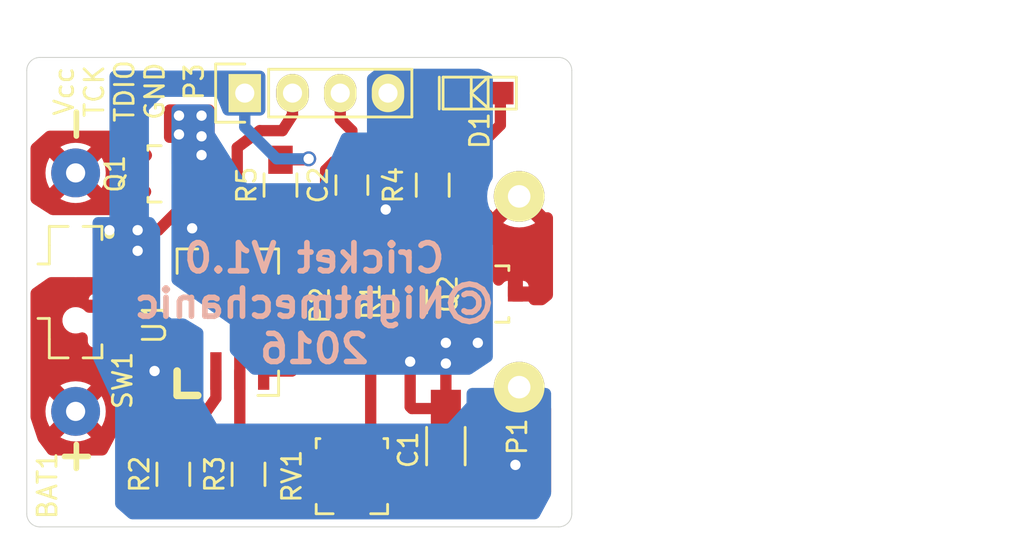
<source format=kicad_pcb>
(kicad_pcb (version 20221018) (generator pcbnew)
  (layers (0 "F.Cu" signal) (31 "B.Cu" signal) (34 "B.Paste" user) (35 "F.Paste" user) (36 "B.SilkS" user "B.Silkscreen") (37 "F.SilkS" user "F.Silkscreen") (38 "B.Mask" user) (39 "F.Mask" user) (44 "Edge.Cuts" user))
  (net 0 "")
  (net 1 "V_Batt")
  (net 2 "GND")
  (net 3 "/SBWTDIO")
  (net 4 "Net-(D1-Pad1)")
  (net 5 "Net-(P1-Pad1)")
  (net 6 "Net-(P2-Pad1)")
  (net 7 "/SBWTCK")
  (net 8 "Net-(Q2-Pad1)")
  (net 9 "Net-(R2-Pad1)")
  (net 10 "Net-(R2-Pad2)")
  (net 11 "Net-(R3-Pad1)")
  (net 12 "Net-(SW1-Pad3)")
  (net 13 "Net-(R4-Pad1)")
  (net 14 "/Bat+")
  (net 15 "/Bat-")
  (footprint "Keystone_2468_no_mnt_holes" (layer "F.Cu") (at 102.6 87.5)
    (fp_text reference "BAT1" (at -1.5011 10.2964 90) (layer "F.SilkS"))
    (fp_text value "Keystone_2468_2xAAA")
    (fp_line (start -0.595 8.75) (end 0.675 8.75) (stroke (width 0.3)) (layer "F.SilkS"))
    (fp_line (start 0.04 -9.585) (end 0.04 -8.315) (stroke (width 0.3)) (layer "F.SilkS"))
    (fp_line (start 0.04 8.115) (end 0.04 9.385) (stroke (width 0.3)) (layer "F.SilkS"))
    (pad "1" thru_hole circle (at 0 6.35) (size 2.6 2.6) (drill 1.02) (layers "*.Cu" "*.Mask") (net 14 "/Bat+"))
    (pad "2" thru_hole circle (at 0 -6.35) (size 2.6 2.6) (drill 1.02) (layers "*.Cu" "*.Mask") (net 15 "/Bat-"))
  )
  (footprint "Capacitors_SMD:C_1206_HandSoldering" (layer "F.Cu") (at 122.3 95.7 90)
    (fp_text reference "C1" (at -0.2 -2 90) (layer "F.SilkS"))
    (fp_text value "10uF 10V")
    (fp_line (start -1 1.025) (end 1 1.025) (stroke (width 0.15)) (layer "F.SilkS"))
    (fp_line (start 1 -1.025) (end -1 -1.025) (stroke (width 0.15)) (layer "F.SilkS"))
    (pad "1" smd rect (at -2 0 90) (size 2 1.6) (layers "F.Cu" "F.Paste" "F.Mask") (net 1 "V_Batt"))
    (pad "2" smd rect (at 2 0 90) (size 2 1.6) (layers "F.Cu" "F.Paste" "F.Mask") (net 2 "GND"))
  )
  (footprint "Capacitors_SMD:C_0805_HandSoldering" (layer "F.Cu") (at 117.3 81.8 -90)
    (fp_text reference "C2" (at 0 1.8 270) (layer "F.SilkS"))
    (fp_text value "1.8nF")
    (fp_line (start -0.5 0.85) (end 0.5 0.85) (stroke (width 0.15)) (layer "F.SilkS"))
    (fp_line (start 0.5 -0.85) (end -0.5 -0.85) (stroke (width 0.15)) (layer "F.SilkS"))
    (pad "1" smd rect (at -1.25 0 270) (size 1.5 1.25) (layers "F.Cu" "F.Paste" "F.Mask") (net 3 "/SBWTDIO"))
    (pad "2" smd rect (at 1.25 0 270) (size 1.5 1.25) (layers "F.Cu" "F.Paste" "F.Mask") (net 2 "GND"))
  )
  (footprint "SMD_MiniLED" (layer "F.Cu") (at 124.1 76.9 180)
    (fp_text reference "D1" (at 0 -2 270) (layer "F.SilkS"))
    (fp_text value "Orange LED")
    (fp_line (start -1.95 -0.85) (end -1.95 0.85) (stroke (width 0.15)) (layer "F.SilkS"))
    (fp_line (start -1.95 0.85) (end 1.95 0.85) (stroke (width 0.15)) (layer "F.SilkS"))
    (fp_line (start -0.45 -0.85) (end -0.45 0.85) (stroke (width 0.15)) (layer "F.SilkS"))
    (fp_line (start -0.45 0.85) (end 0.45 0) (stroke (width 0.15)) (layer "F.SilkS"))
    (fp_line (start 0.45 -0.85) (end 0.45 0.85) (stroke (width 0.15)) (layer "F.SilkS"))
    (fp_line (start 0.45 0) (end -0.45 -0.8) (stroke (width 0.15)) (layer "F.SilkS"))
    (fp_line (start 1.95 -0.85) (end -1.95 -0.85) (stroke (width 0.15)) (layer "F.SilkS"))
    (fp_line (start 1.95 0.85) (end 1.95 -0.85) (stroke (width 0.15)) (layer "F.SilkS"))
    (fp_line (start 2.15 -0.85) (end 2.15 0.85) (stroke (width 0.15)) (layer "F.SilkS"))
    (pad "1" smd rect (at -1.2 0 180) (size 1.2 1.2) (layers "F.Cu" "F.Paste" "F.Mask") (net 4 "Net-(D1-Pad1)"))
    (pad "2" smd rect (at 1.2 0 180) (size 1.2 1.2) (layers "F.Cu" "F.Paste" "F.Mask") (net 2 "GND"))
  )
  (footprint "Wire_Connections_Bridges:WireConnection_1.20mmDrill" (layer "F.Cu") (at 126.2 82.4 -90)
    (fp_text reference "P1" (at 12.8 0.1 270) (layer "F.SilkS"))
    (fp_text value "CONN_01X02")
    (pad "1" thru_hole circle (at 0 0 270) (size 2.70002 2.70002) (drill 1.19888) (layers "*.Cu" "*.Mask" "F.SilkS") (net 5 "Net-(P1-Pad1)"))
    (pad "2" thru_hole circle (at 10.16 0 270) (size 2.70002 2.70002) (drill 1.19888) (layers "*.Cu" "*.Mask" "F.SilkS") (net 1 "V_Batt"))
  )
  (footprint "Measurement_Points:Measurement_Point_Round-SMD-Pad_Small" (layer "F.Cu") (at 115.6 90.2)
    (fp_text reference "P2" (at 0 -2 90) (layer "F.SilkS"))
    (fp_text value "CONN_01X01")
    (pad "1" smd circle (at 0 0) (size 1.5 1.5) (layers "F.Cu" "F.Mask") (net 6 "Net-(P2-Pad1)"))
  )
  (footprint "Pin_Headers:Pin_Header_Straight_1x04" (layer "F.Cu") (at 111.6 76.9 90)
    (fp_text reference "P3" (at 0.6 -2.7 90) (layer "F.SilkS"))
    (fp_text value "CONN_01X04")
    (fp_line (start -1.55 -1.55) (end 1.55 -1.55) (stroke (width 0.15)) (layer "F.SilkS"))
    (fp_line (start -1.55 0) (end -1.55 -1.55) (stroke (width 0.15)) (layer "F.SilkS"))
    (fp_line (start -1.27 1.27) (end -1.27 8.89) (stroke (width 0.15)) (layer "F.SilkS"))
    (fp_line (start -1.27 8.89) (end 1.27 8.89) (stroke (width 0.15)) (layer "F.SilkS"))
    (fp_line (start 1.27 1.27) (end -1.27 1.27) (stroke (width 0.15)) (layer "F.SilkS"))
    (fp_line (start 1.27 1.27) (end 1.27 8.89) (stroke (width 0.15)) (layer "F.SilkS"))
    (fp_line (start 1.55 -1.55) (end 1.55 0) (stroke (width 0.15)) (layer "F.SilkS"))
    (pad "1" thru_hole rect (at 0 0 90) (size 2.032 1.7272) (drill 1.016) (layers "*.Cu" "*.Mask" "F.SilkS") (net 1 "V_Batt"))
    (pad "2" thru_hole oval (at 0 2.54 90) (size 2.032 1.7272) (drill 1.016) (layers "*.Cu" "*.Mask" "F.SilkS") (net 7 "/SBWTCK"))
    (pad "3" thru_hole oval (at 0 5.08 90) (size 2.032 1.7272) (drill 1.016) (layers "*.Cu" "*.Mask" "F.SilkS") (net 3 "/SBWTDIO"))
    (pad "4" thru_hole oval (at 0 7.62 90) (size 2.032 1.7272) (drill 1.016) (layers "*.Cu" "*.Mask" "F.SilkS") (net 2 "GND"))
  )
  (footprint "TO_SOT_Packages_SMD:SOT-23" (layer "F.Cu") (at 107.1 81.2 90)
    (fp_text reference "Q1" (at 0 -2.4 90) (layer "F.SilkS"))
    (fp_text value "Si2312CDS")
    (fp_line (start -1.49982 -0.65024) (end -1.2509 -0.65024) (stroke (width 0.15)) (layer "F.SilkS"))
    (fp_line (start -1.49982 0.0508) (end -1.49982 -0.65024) (stroke (width 0.15)) (layer "F.SilkS"))
    (fp_line (start 1.29916 -0.65024) (end 1.2509 -0.65024) (stroke (width 0.15)) (layer "F.SilkS"))
    (fp_line (start 1.29916 -0.65024) (end 1.49982 -0.65024) (stroke (width 0.15)) (layer "F.SilkS"))
    (fp_line (start 1.49982 -0.65024) (end 1.49982 0.0508) (stroke (width 0.15)) (layer "F.SilkS"))
    (pad "1" smd rect (at -0.95 1.00076 90) (size 0.8001 0.8001) (layers "F.Cu" "F.Paste" "F.Mask") (net 1 "V_Batt"))
    (pad "2" smd rect (at 0.95 1.00076 90) (size 0.8001 0.8001) (layers "F.Cu" "F.Paste" "F.Mask") (net 2 "GND"))
    (pad "3" smd rect (at 0 -0.99822 90) (size 0.8001 0.8001) (layers "F.Cu" "F.Paste" "F.Mask") (net 15 "/Bat-"))
  )
  (footprint "TO_SOT_Packages_SMD:SOT-23" (layer "F.Cu") (at 125 87.6 -90)
    (fp_text reference "Q2" (at 0 2.6 270) (layer "F.SilkS"))
    (fp_text value "Q_NPN_BEC")
    (fp_line (start -1.49982 -0.65024) (end -1.2509 -0.65024) (stroke (width 0.15)) (layer "F.SilkS"))
    (fp_line (start -1.49982 0.0508) (end -1.49982 -0.65024) (stroke (width 0.15)) (layer "F.SilkS"))
    (fp_line (start 1.29916 -0.65024) (end 1.2509 -0.65024) (stroke (width 0.15)) (layer "F.SilkS"))
    (fp_line (start 1.29916 -0.65024) (end 1.49982 -0.65024) (stroke (width 0.15)) (layer "F.SilkS"))
    (fp_line (start 1.49982 -0.65024) (end 1.49982 0.0508) (stroke (width 0.15)) (layer "F.SilkS"))
    (pad "1" smd rect (at -0.95 1.00076 270) (size 0.8001 0.8001) (layers "F.Cu" "F.Paste" "F.Mask") (net 8 "Net-(Q2-Pad1)"))
    (pad "2" smd rect (at 0.95 1.00076 270) (size 0.8001 0.8001) (layers "F.Cu" "F.Paste" "F.Mask") (net 2 "GND"))
    (pad "3" smd rect (at 0 -0.99822 270) (size 0.8001 0.8001) (layers "F.Cu" "F.Paste" "F.Mask") (net 5 "Net-(P1-Pad1)"))
  )
  (footprint "Resistors_SMD:R_0805_HandSoldering" (layer "F.Cu") (at 120.4 88 90)
    (fp_text reference "R1" (at 0 -2.1 90) (layer "F.SilkS"))
    (fp_text value "1k")
    (fp_line (start -0.6 -0.875) (end 0.6 -0.875) (stroke (width 0.15)) (layer "F.SilkS"))
    (fp_line (start 0.6 0.875) (end -0.6 0.875) (stroke (width 0.15)) (layer "F.SilkS"))
    (pad "1" smd rect (at -1.35 0 90) (size 1.5 1.3) (layers "F.Cu" "F.Paste" "F.Mask") (net 2 "GND"))
    (pad "2" smd rect (at 1.35 0 90) (size 1.5 1.3) (layers "F.Cu" "F.Paste" "F.Mask") (net 8 "Net-(Q2-Pad1)"))
  )
  (footprint "Resistors_SMD:R_0805_HandSoldering" (layer "F.Cu") (at 107.8 97.2 -90)
    (fp_text reference "R2" (at 0 1.8 270) (layer "F.SilkS"))
    (fp_text value "1k")
    (fp_line (start -0.6 -0.875) (end 0.6 -0.875) (stroke (width 0.15)) (layer "F.SilkS"))
    (fp_line (start 0.6 0.875) (end -0.6 0.875) (stroke (width 0.15)) (layer "F.SilkS"))
    (pad "1" smd rect (at -1.35 0 270) (size 1.5 1.3) (layers "F.Cu" "F.Paste" "F.Mask") (net 9 "Net-(R2-Pad1)"))
    (pad "2" smd rect (at 1.35 0 270) (size 1.5 1.3) (layers "F.Cu" "F.Paste" "F.Mask") (net 10 "Net-(R2-Pad2)"))
  )
  (footprint "Resistors_SMD:R_0805_HandSoldering" (layer "F.Cu") (at 111.8 97.2 -90)
    (fp_text reference "R3" (at 0 1.8 270) (layer "F.SilkS"))
    (fp_text value "1k")
    (fp_line (start -0.6 -0.875) (end 0.6 -0.875) (stroke (width 0.15)) (layer "F.SilkS"))
    (fp_line (start 0.6 0.875) (end -0.6 0.875) (stroke (width 0.15)) (layer "F.SilkS"))
    (pad "1" smd rect (at -1.35 0 270) (size 1.5 1.3) (layers "F.Cu" "F.Paste" "F.Mask") (net 11 "Net-(R3-Pad1)"))
    (pad "2" smd rect (at 1.35 0 270) (size 1.5 1.3) (layers "F.Cu" "F.Paste" "F.Mask") (net 10 "Net-(R2-Pad2)"))
  )
  (footprint "Resistors_SMD:R_0805_HandSoldering" (layer "F.Cu") (at 121.6 81.8 90)
    (fp_text reference "R4" (at 0 -2.1 90) (layer "F.SilkS"))
    (fp_text value "330R")
    (fp_line (start -0.6 -0.875) (end 0.6 -0.875) (stroke (width 0.15)) (layer "F.SilkS"))
    (fp_line (start 0.6 0.875) (end -0.6 0.875) (stroke (width 0.15)) (layer "F.SilkS"))
    (pad "1" smd rect (at -1.35 0 90) (size 1.5 1.3) (layers "F.Cu" "F.Paste" "F.Mask") (net 13 "Net-(R4-Pad1)"))
    (pad "2" smd rect (at 1.35 0 90) (size 1.5 1.3) (layers "F.Cu" "F.Paste" "F.Mask") (net 4 "Net-(D1-Pad1)"))
  )
  (footprint "Resistors_SMD:R_0805_HandSoldering" (layer "F.Cu") (at 113.5 81.8 -90)
    (fp_text reference "R5" (at 0 1.8 270) (layer "F.SilkS"))
    (fp_text value "47k")
    (fp_line (start -0.6 -0.875) (end 0.6 -0.875) (stroke (width 0.15)) (layer "F.SilkS"))
    (fp_line (start 0.6 0.875) (end -0.6 0.875) (stroke (width 0.15)) (layer "F.SilkS"))
    (pad "1" smd rect (at -1.35 0 270) (size 1.5 1.3) (layers "F.Cu" "F.Paste" "F.Mask") (net 1 "V_Batt"))
    (pad "2" smd rect (at 1.35 0 270) (size 1.5 1.3) (layers "F.Cu" "F.Paste" "F.Mask") (net 3 "/SBWTDIO"))
  )
  (footprint "nightmechanic_pcb:Bourns_TC33X_2" (layer "F.Cu") (at 117.3 97.3 180)
    (fp_text reference "RV1" (at 3.2 0 270) (layer "F.SilkS"))
    (fp_text value "3.3k POT")
    (fp_line (start -1.9 -2) (end -1.9 -1.5) (stroke (width 0.15)) (layer "F.SilkS"))
    (fp_line (start -1.9 2) (end -1.9 1.5) (stroke (width 0.15)) (layer "F.SilkS"))
    (fp_line (start -1.9 2) (end -1.7 2) (stroke (width 0.15)) (layer "F.SilkS"))
    (fp_line (start -1 -2) (end -1.9 -2) (stroke (width 0.15)) (layer "F.SilkS"))
    (fp_line (start 1 -2) (end 1.9 -2) (stroke (width 0.15)) (layer "F.SilkS"))
    (fp_line (start 1.9 -2) (end 1.9 -1.5) (stroke (width 0.15)) (layer "F.SilkS"))
    (fp_line (start 1.9 1.5) (end 1.9 2) (stroke (width 0.15)) (layer "F.SilkS"))
    (fp_line (start 1.9 2) (end 1.7 2) (stroke (width 0.15)) (layer "F.SilkS"))
    (pad "1" smd rect (at -1 1.8 180) (size 1.2 1.2) (layers "F.Cu" "F.Paste" "F.Mask") (net 8 "Net-(Q2-Pad1)"))
    (pad "2" smd rect (at 0 -1.45 180) (size 1.6 1.5) (layers "F.Cu" "F.Paste" "F.Mask") (net 10 "Net-(R2-Pad2)"))
    (pad "3" smd rect (at 1 1.8 180) (size 1.2 1.2) (layers "F.Cu" "F.Paste" "F.Mask") (net 10 "Net-(R2-Pad2)"))
  )
  (footprint "nightmechanic_pcb:ALPS_SSSS810701" (layer "F.Cu") (at 102.6 87.5 -90)
    (fp_text reference "SW1" (at 4.7 -2.5 270) (layer "F.SilkS"))
    (fp_text value "SPDT_SLIDE")
    (fp_line (start -3.5 -1.4) (end -2.8 -1.4) (stroke (width 0.15)) (layer "F.SilkS"))
    (fp_line (start -3.5 -0.4) (end -3.5 -1.4) (stroke (width 0.15)) (layer "F.SilkS"))
    (fp_line (start -3.5 1.4) (end -3.5 0.4) (stroke (width 0.15)) (layer "F.SilkS"))
    (fp_line (start -3.5 1.4) (end -2.5 1.4) (stroke (width 0.15)) (layer "F.SilkS"))
    (fp_line (start -1.5 1.4) (end -2.5 1.4) (stroke (width 0.15)) (layer "F.SilkS"))
    (fp_line (start -1.5 2) (end -1.5 1.4) (stroke (width 0.15)) (layer "F.SilkS"))
    (fp_line (start 1.4 1.4) (end 1.4 2) (stroke (width 0.15)) (layer "F.SilkS"))
    (fp_line (start 1.4 1.4) (end 2.5 1.4) (stroke (width 0.15)) (layer "F.SilkS"))
    (fp_line (start 2.8 -1.4) (end 3.5 -1.4) (stroke (width 0.15)) (layer "F.SilkS"))
    (fp_line (start 3.5 -1.4) (end 3.5 -0.4) (stroke (width 0.15)) (layer "F.SilkS"))
    (fp_line (start 3.5 0.4) (end 3.5 1.4) (stroke (width 0.15)) (layer "F.SilkS"))
    (fp_line (start 3.5 1.4) (end 2.5 1.4) (stroke (width 0.15)) (layer "F.SilkS"))
    (fp_circle (center -3.1 -1.8) (end -3 -1.7) (stroke (width 0.25)) (fill none) (layer "F.SilkS"))
    (pad "" np_thru_hole circle (at -1.5 0 270) (size 0.9 0.9) (drill 0.9) (layers "*.Cu" "*.Mask"))
    (pad "" np_thru_hole circle (at 1.5 0 270) (size 0.9 0.9) (drill 0.9) (layers "*.Cu" "*.Mask"))
    (pad "1" smd rect (at -2.25 -1.75 270) (size 0.7 1.5) (layers "F.Cu" "F.Paste" "F.Mask") (net 1 "V_Batt"))
    (pad "2" smd rect (at 0.75 -1.75 270) (size 0.7 1.5) (layers "F.Cu" "F.Paste" "F.Mask") (net 14 "/Bat+"))
    (pad "3" smd rect (at 2.25 -1.75 270) (size 0.7 1.5) (layers "F.Cu" "F.Paste" "F.Mask") (net 12 "Net-(SW1-Pad3)"))
  )
  (footprint "nightmechanic_pcb:TI-D-SOIC-8" (layer "F.Cu") (at 110.7 89.1)
    (fp_text reference "U1" (at -3.905 0 90) (layer "F.SilkS") (effects (font (size 1.2 1.2))))
    (fp_text value "MSP430G2230ID")
    (fp_line (start -2.7 -3.9) (end -1.6 -3.9) (stroke (width 0.15)) (layer "F.SilkS"))
    (fp_line (start -2.7 -3.8) (end -2.7 -3.9) (stroke (width 0.15)) (layer "F.SilkS"))
    (fp_line (start -2.7 -2.6) (end -2.7 -3.8) (stroke (width 0.15)) (layer "F.SilkS"))
    (fp_line (start -2.7 3.9) (end -2.7 2.6) (stroke (width 0.4)) (layer "F.SilkS"))
    (fp_line (start -1.6 3.9) (end -2.7 3.9) (stroke (width 0.4)) (layer "F.SilkS"))
    (fp_line (start 1.6 -3.9) (end 2.7 -3.9) (stroke (width 0.15)) (layer "F.SilkS"))
    (fp_line (start 2.7 -3.9) (end 2.7 -2.6) (stroke (width 0.15)) (layer "F.SilkS"))
    (fp_line (start 2.7 2.6) (end 2.7 3.9) (stroke (width 0.15)) (layer "F.SilkS"))
    (fp_line (start 2.7 3.9) (end 1.6 3.9) (stroke (width 0.15)) (layer "F.SilkS"))
    (pad "1" smd rect (at -1.905 2.6) (size 0.6 2) (layers "F.Cu" "F.Paste" "F.Mask") (net 1 "V_Batt"))
    (pad "2" smd rect (at -0.635 2.6) (size 0.6 2) (layers "F.Cu" "F.Paste" "F.Mask") (net 9 "Net-(R2-Pad1)"))
    (pad "3" smd rect (at 0.635 2.6) (size 0.6 2) (layers "F.Cu" "F.Paste" "F.Mask") (net 11 "Net-(R3-Pad1)"))
    (pad "4" smd rect (at 1.905 2.6) (size 0.6 2) (layers "F.Cu" "F.Paste" "F.Mask") (net 6 "Net-(P2-Pad1)"))
    (pad "5" smd rect (at 1.905 -2.6) (size 0.6 2) (layers "F.Cu" "F.Paste" "F.Mask") (net 13 "Net-(R4-Pad1)"))
    (pad "6" smd rect (at 0.635 -2.6) (size 0.6 2) (layers "F.Cu" "F.Paste" "F.Mask") (net 3 "/SBWTDIO"))
    (pad "7" smd rect (at -0.635 -2.6) (size 0.6 2) (layers "F.Cu" "F.Paste" "F.Mask") (net 7 "/SBWTCK"))
    (pad "8" smd rect (at -1.905 -2.6) (size 0.6 2) (layers "F.Cu" "F.Paste" "F.Mask") (net 2 "GND"))
  )
  (gr_line (start 100.7 75) (end 128.3 75) (stroke (width 0.05)) (layer "Edge.Cuts"))
  (gr_arc (start 100.7 100) (mid 100.205025 99.794975) (end 100 99.3) (stroke (width 0.05)) (layer "Edge.Cuts"))
  (gr_line (start 128.3 100) (end 100.7 100) (stroke (width 0.05)) (layer "Edge.Cuts"))
  (gr_line (start 129 75.7) (end 129 99.3) (stroke (width 0.05)) (layer "Edge.Cuts"))
  (gr_arc (start 129 99.3) (mid 128.794975 99.794975) (end 128.3 100) (stroke (width 0.05)) (layer "Edge.Cuts"))
  (gr_arc (start 128.3 75) (mid 128.794975 75.205025) (end 129 75.7) (stroke (width 0.05)) (layer "Edge.Cuts"))
  (gr_arc (start 100 75.7) (mid 100.205025 75.205025) (end 100.7 75) (stroke (width 0.05)) (layer "Edge.Cuts"))
  (gr_line (start 100 99.3) (end 100 75.7) (stroke (width 0.05)) (layer "Edge.Cuts"))
  (gr_text "Cricket V1.0\n©Nightmechanic\n2016" (at 115.3 88.1) (layer "B.SilkS") (effects (font (size 1.5 1.5) (thickness 0.3)) (justify mirror)))
  (gr_text "Vcc\nTCK\nTDIO\nGND" (at 104.4 76.8 90) (layer "F.SilkS") (effects (font (size 1 1))))
  (segment (start 105.85 85.25) (end 105.9 85.3) (width 0.6) (layer "F.Cu") (net 1))
  (segment (start 105.9 84.2) (end 104.8 84.2) (width 0.6) (layer "F.Cu") (net 1))
  (segment (start 104.8 84.2) (end 104.35 84.65) (width 0.6) (layer "F.Cu") (net 1))
  (segment (start 104.35 84.65) (end 104.35 85.25) (width 0.6) (layer "F.Cu") (net 1))
  (segment (start 107 84.2) (end 108.10076 83.09924) (width 0.6) (layer "F.Cu") (net 1))
  (segment (start 108.10076 83.09924) (end 108.10076 82.15) (width 0.6) (layer "F.Cu") (net 1))
  (segment (start 104.35 84.25) (end 104.4 84.2) (width 0.6) (layer "F.Cu") (net 1))
  (segment (start 125 97.7) (end 126 96.7) (width 0.6) (layer "F.Cu") (net 1))
  (segment (start 126.2 92.8) (end 124.9 94.1) (width 0.6) (layer "F.Cu") (net 1))
  (segment (start 124.9 94.1) (end 124.9 95.6) (width 0.6) (layer "F.Cu") (net 1))
  (segment (start 124.9 95.6) (end 126 96.7) (width 0.6) (layer "F.Cu") (net 1))
  (segment (start 114.95 80.45) (end 115 80.4) (width 0.6) (layer "F.Cu") (net 1))
  (segment (start 108.795 91.7) (end 106.8 91.7) (width 0.6) (layer "F.Cu") (net 1))
  (segment (start 122.3 97.7) (end 125 97.7) (width 0.6) (layer "F.Cu") (net 1))
  (segment (start 113.5 80.45) (end 114.95 80.45) (width 0.6) (layer "F.Cu") (net 1))
  (segment (start 104.35 85.25) (end 105.85 85.25) (width 0.6) (layer "F.Cu") (net 1))
  (segment (start 126.2 92.56) (end 126.2 92.8) (width 0.6) (layer "F.Cu") (net 1))
  (segment (start 104.35 85.25) (end 104.35 84.25) (width 0.6) (layer "F.Cu") (net 1))
  (segment (start 105.9 84.2) (end 107 84.2) (width 0.6) (layer "F.Cu") (net 1))
  (via (at 105.9 84.2) (size 0.8) (drill 0.55) (layers "F.Cu" "B.Cu") (net 1))
  (via (at 104.4 84.2) (size 0.8) (drill 0.55) (layers "F.Cu" "B.Cu") (net 1))
  (via (at 105.9 85.3) (size 0.8) (drill 0.55) (layers "F.Cu" "B.Cu") (net 1))
  (via (at 106.8 91.7) (size 0.8) (drill 0.55) (layers "F.Cu" "B.Cu") (net 1))
  (via (at 115 80.4) (size 0.8) (drill 0.55) (layers "F.Cu" "B.Cu") (net 1))
  (via (at 126 96.7) (size 0.8) (drill 0.55) (layers "F.Cu" "B.Cu") (net 1))
  (segment (start 105.9 85.3) (end 105.9 84.2) (width 0.6) (layer "B.Cu") (net 1))
  (segment (start 115 80.4) (end 113.3 80.4) (width 0.6) (layer "B.Cu") (net 1))
  (segment (start 113.3 80.4) (end 111.6 78.7) (width 0.6) (layer "B.Cu") (net 1))
  (segment (start 111.6 78.7) (end 111.6 76.9) (width 0.6) (layer "B.Cu") (net 1))
  (segment (start 108.10076 79.10076) (end 108.1 79.1) (width 0.6) (layer "F.Cu") (net 2))
  (segment (start 108.1 78.1) (end 109.3 78.1) (width 0.6) (layer "F.Cu") (net 2))
  (segment (start 109.3 79.2) (end 109.3 80.2) (width 0.6) (layer "F.Cu") (net 2))
  (segment (start 122.45 89.35) (end 123.25 88.55) (width 0.6) (layer "F.Cu") (net 2))
  (segment (start 123.25 88.55) (end 123.99924 88.55) (width 0.6) (layer "F.Cu") (net 2))
  (segment (start 122.2 89.35) (end 122.45 89.35) (width 0.6) (layer "F.Cu") (net 2))
  (segment (start 119.05 83.05) (end 119.1 83.1) (width 0.6) (layer "F.Cu") (net 2))
  (segment (start 108.795 84.105) (end 108.8 84.1) (width 0.6) (layer "F.Cu") (net 2))
  (segment (start 120.5 93.7) (end 120.4 93.6) (width 0.6) (layer "F.Cu") (net 2))
  (segment (start 120.4 93.6) (end 120.4 91.2) (width 0.6) (layer "F.Cu") (net 2))
  (segment (start 122.3 90.2) (end 122.2 90.1) (width 0.6) (layer "F.Cu") (net 2))
  (segment (start 122.2 90.1) (end 122.2 89.35) (width 0.6) (layer "F.Cu") (net 2))
  (segment (start 123.99924 90.19924) (end 124 90.2) (width 0.6) (layer "F.Cu") (net 2))
  (segment (start 117.3 83.05) (end 119.05 83.05) (width 0.6) (layer "F.Cu") (net 2))
  (segment (start 119.22 76.9) (end 122.9 76.9) (width 0.6) (layer "F.Cu") (net 2))
  (segment (start 108.795 86.5) (end 108.795 84.105) (width 0.6) (layer "F.Cu") (net 2))
  (segment (start 122.3 93.7) (end 120.5 93.7) (width 0.6) (layer "F.Cu") (net 2))
  (segment (start 108.10076 80.25) (end 108.10076 79.10076) (width 0.6) (layer "F.Cu") (net 2))
  (segment (start 123.99924 88.55) (end 123.99924 90.19924) (width 0.6) (layer "F.Cu") (net 2))
  (segment (start 120.4 89.35) (end 122.2 89.35) (width 0.6) (layer "F.Cu") (net 2))
  (segment (start 122.3 93.7) (end 122.3 91.3) (width 0.6) (layer "F.Cu") (net 2))
  (via (at 108.8 84.1) (size 0.8) (drill 0.55) (layers "F.Cu" "B.Cu") (net 2))
  (via (at 108.1 78.1) (size 0.8) (drill 0.55) (layers "F.Cu" "B.Cu") (net 2))
  (via (at 119.1 83.1) (size 0.8) (drill 0.55) (layers "F.Cu" "B.Cu") (net 2))
  (via (at 122.3 91.3) (size 0.8) (drill 0.55) (layers "F.Cu" "B.Cu") (net 2))
  (via (at 124 90.2) (size 0.8) (drill 0.55) (layers "F.Cu" "B.Cu") (net 2))
  (via (at 109.3 78.1) (size 0.8) (drill 0.55) (layers "F.Cu" "B.Cu") (net 2))
  (via (at 108.1 79.1) (size 0.8) (drill 0.55) (layers "F.Cu" "B.Cu") (net 2))
  (via (at 122.3 90.2) (size 0.8) (drill 0.55) (layers "F.Cu" "B.Cu") (net 2))
  (via (at 120.4 91.2) (size 0.8) (drill 0.55) (layers "F.Cu" "B.Cu") (net 2))
  (via (at 109.3 80.2) (size 0.8) (drill 0.55) (layers "F.Cu" "B.Cu") (net 2))
  (via (at 109.3 79.2) (size 0.8) (drill 0.55) (layers "F.Cu" "B.Cu") (net 2))
  (segment (start 108.1 79.1) (end 108.1 78.1) (width 0.6) (layer "B.Cu") (net 2))
  (segment (start 109.3 78.1) (end 109.3 79.2) (width 0.6) (layer "B.Cu") (net 2))
  (segment (start 122.3 91.3) (end 122.3 90.2) (width 0.6) (layer "B.Cu") (net 2))
  (segment (start 111.335 84.065) (end 111.75197 83.57423) (width 0.6) (layer "F.Cu") (net 3))
  (segment (start 111.75197 83.57423) (end 113.5 83.15) (width 0.6) (layer "F.Cu") (net 3))
  (segment (start 117.3 78.9) (end 116.68 78.28) (width 0.6) (layer "F.Cu") (net 3))
  (segment (start 116.68 78.28) (end 116.68 76.9) (width 0.6) (layer "F.Cu") (net 3))
  (segment (start 116.35 80.55) (end 115.9 81) (width 0.6) (layer "F.Cu") (net 3))
  (segment (start 115.9 81) (end 115.9 82.6) (width 0.6) (layer "F.Cu") (net 3))
  (segment (start 115.9 82.6) (end 115.35 83.15) (width 0.6) (layer "F.Cu") (net 3))
  (segment (start 115.35 83.15) (end 113.5 83.15) (width 0.6) (layer "F.Cu") (net 3))
  (segment (start 117.3 80.55) (end 116.35 80.55) (width 0.6) (layer "F.Cu") (net 3))
  (segment (start 117.3 80.55) (end 117.3 78.9) (width 0.6) (layer "F.Cu") (net 3))
  (segment (start 111.335 86.5) (end 111.335 84.065) (width 0.6) (layer "F.Cu") (net 3))
  (segment (start 123.35 80.45) (end 125.2 78.6) (width 0.6) (layer "F.Cu") (net 4))
  (segment (start 125.2 78.6) (end 125.2 77) (width 0.6) (layer "F.Cu") (net 4))
  (segment (start 125.2 77) (end 125.3 76.9) (width 0.6) (layer "F.Cu") (net 4))
  (segment (start 121.6 80.45) (end 123.35 80.45) (width 0.6) (layer "F.Cu") (net 4))
  (segment (start 125.99822 85.00178) (end 124.8 83.80356) (width 0.6) (layer "F.Cu") (net 5))
  (segment (start 124.8 83.80356) (end 124.8 83.8) (width 0.6) (layer "F.Cu") (net 5))
  (segment (start 124.8 83.8) (end 126.2 82.4) (width 0.6) (layer "F.Cu") (net 5))
  (segment (start 125.99822 87.6) (end 125.99822 85.00178) (width 0.6) (layer "F.Cu") (net 5))
  (segment (start 114.1 91.7) (end 115.6 90.2) (width 0.6) (layer "F.Cu") (net 6))
  (segment (start 112.605 91.7) (end 114.1 91.7) (width 0.6) (layer "F.Cu") (net 6))
  (segment (start 114.14 78.06) (end 113.6 78.9) (width 0.6) (layer "F.Cu") (net 7))
  (segment (start 113.6 78.9) (end 112.4 78.9) (width 0.6) (layer "F.Cu") (net 7))
  (segment (start 112.4 78.9) (end 111.2 79.8) (width 0.6) (layer "F.Cu") (net 7))
  (segment (start 111.2 79.8) (end 111.2 82.3) (width 0.6) (layer "F.Cu") (net 7))
  (segment (start 111.2 82.3) (end 110.065 83.435) (width 0.6) (layer "F.Cu") (net 7))
  (segment (start 110.065 83.435) (end 110.065 86.5) (width 0.6) (layer "F.Cu") (net 7))
  (segment (start 114.14 76.9) (end 114.14 78.06) (width 0.6) (layer "F.Cu") (net 7))
  (segment (start 118.3 87.3) (end 118.95 86.65) (width 0.6) (layer "F.Cu") (net 8))
  (segment (start 118.95 86.65) (end 120.4 86.65) (width 0.6) (layer "F.Cu") (net 8))
  (segment (start 118.3 95.5) (end 118.3 87.3) (width 0.6) (layer "F.Cu") (net 8))
  (segment (start 120.4 86.65) (end 123.99924 86.65) (width 0.6) (layer "F.Cu") (net 8))
  (segment (start 110.065 93.135) (end 108.15 95.85) (width 0.6) (layer "F.Cu") (net 9))
  (segment (start 108.15 95.85) (end 107.8 95.85) (width 0.6) (layer "F.Cu") (net 9))
  (segment (start 110.065 91.7) (end 110.065 93.135) (width 0.6) (layer "F.Cu") (net 9))
  (segment (start 117.1 98.55) (end 117.3 98.75) (width 0.6) (layer "F.Cu") (net 10))
  (segment (start 117.3 96.5) (end 117 96.2) (width 0.6) (layer "F.Cu") (net 10))
  (segment (start 117 96.2) (end 116.4 96.2) (width 0.6) (layer "F.Cu") (net 10))
  (segment (start 116.4 96.2) (end 116.3 96.1) (width 0.6) (layer "F.Cu") (net 10))
  (segment (start 116.3 96.1) (end 116.3 95.5) (width 0.6) (layer "F.Cu") (net 10))
  (segment (start 117.3 98.75) (end 117.3 96.5) (width 0.6) (layer "F.Cu") (net 10))
  (segment (start 111.8 98.55) (end 117.1 98.55) (width 0.6) (layer "F.Cu") (net 10))
  (segment (start 107.8 98.55) (end 111.8 98.55) (width 0.6) (layer "F.Cu") (net 10))
  (segment (start 111.335 95.385) (end 111.8 95.85) (width 0.6) (layer "F.Cu") (net 11))
  (segment (start 111.335 91.7) (end 111.335 95.385) (width 0.6) (layer "F.Cu") (net 11))
  (segment (start 120.55 83.15) (end 120.3 83.4) (width 0.6) (layer "F.Cu") (net 13))
  (segment (start 120.3 83.4) (end 120.3 84.1) (width 0.6) (layer "F.Cu") (net 13))
  (segment (start 120.3 84.1) (end 119.3 85.1) (width 0.6) (layer "F.Cu") (net 13))
  (segment (start 119.3 85.1) (end 115.5 85.1) (width 0.6) (layer "F.Cu") (net 13))
  (segment (start 115.5 85.1) (end 114.1 86.5) (width 0.6) (layer "F.Cu") (net 13))
  (segment (start 114.1 86.5) (end 112.605 86.5) (width 0.6) (layer "F.Cu") (net 13))
  (segment (start 121.6 83.15) (end 120.55 83.15) (width 0.6) (layer "F.Cu") (net 13))
  (segment (start 102.65 81.2) (end 102.6 81.15) (width 0.25) (layer "F.Cu") (net 15))
  (segment (start 102.65 81.2) (end 102.6 81.15) (width 0.6) (layer "F.Cu") (net 15))
  (zone (net 14) (net_name "/Bat+") (layer "F.Cu") (connect_pads (clearance 0.35)) (min_thickness 0.6) (fill yes (thermal_gap 0.3) (thermal_bridge_width 0.8))
    (polygon (pts (xy 100.2 94.2) (xy 100.2 87.4) (xy 101.2 86.7) (xy 105.6 86.7) (xy 106.4 87.1) (xy 106.4 88.7) (xy 105.3 89.2) (xy 105.3 94.1) (xy 104.2 96.2) (xy 101.2 96.2) (xy 100.6 95.4)))
  )
  (zone (net 15) (net_name "/Bat-") (layer "F.Cu") (connect_pads (clearance 0.35)) (min_thickness 0.6) (fill yes (thermal_gap 0.3) (thermal_bridge_width 0.8))
    (polygon (pts (xy 100.2 79.7) (xy 101.1 78.9) (xy 105.8 78.9) (xy 106.8 80.3) (xy 106.8 82) (xy 105.8 83.4) (xy 101.3 83.4) (xy 100.2 82.7)))
  )
  (zone (net 1) (net_name "V_Batt") (layer "F.Cu") (connect_pads (clearance 0.35)) (min_thickness 0.6) (fill yes (thermal_gap 0.3) (thermal_bridge_width 0.8))
    (polygon (pts (xy 103.5 83.8) (xy 106.7 83.8) (xy 106.7 86.3) (xy 103.5 86.3)))
  )
  (zone (net 1) (net_name "V_Batt") (layer "F.Cu") (connect_pads (clearance 0.35)) (min_thickness 0.6) (fill yes (thermal_gap 0.3) (thermal_bridge_width 0.8))
    (polygon (pts (xy 121.2 95.7) (xy 120.4 96) (xy 120.4 98.7) (xy 127.3 98.7) (xy 127.9 98.3) (xy 127.9 92.6) (xy 124.1 92.6) (xy 124.1 95.3) (xy 123.7 95.7)))
  )
  (zone (net 2) (net_name "GND") (layer "F.Cu") (connect_pads (clearance 0.35)) (min_thickness 0.6) (fill yes (thermal_gap 0.3) (thermal_bridge_width 0.8))
    (polygon (pts (xy 107.3 80.9) (xy 107.3 77.5) (xy 110 77.5) (xy 110 79.1) (xy 110 80.4) (xy 110 80.9)))
  )
  (zone (net 5) (net_name "Net-(P1-Pad1)") (layer "F.Cu") (connect_pads (clearance 0.35)) (min_thickness 0.6) (fill yes (thermal_gap 0.3) (thermal_bridge_width 0.8))
    (polygon (pts (xy 124.2 82.2) (xy 124.2 83.6) (xy 124.8 85) (xy 124.8 88.2) (xy 127.5 88.2) (xy 128 87.8) (xy 128 82.2)))
  )
  (zone (net 1) (net_name "V_Batt") (layer "B.Cu") (connect_pads yes (clearance 0.35)) (min_thickness 0.6) (fill yes (thermal_gap 0.3) (thermal_bridge_width 0.8))
    (polygon (pts (xy 112.7 78.1) (xy 110.5 78.1) (xy 110.1 77.1) (xy 107.2 77.1) (xy 106.5 77.8) (xy 106.5 83.5) (xy 106.7 83.5) (xy 107.1 84.1) (xy 107.1 88.5) (xy 107.7 88.9) (xy 108.4 88.9) (xy 109.4 89.5) (xy 109.4 93.3) (xy 110.1 94.5) (xy 122.4 94.5) (xy 123.4 93.4) (xy 123.4 92.6) (xy 127.9 92.6) (xy 127.9 98.3) (xy 127.2 99.6) (xy 105.5 99.6) (xy 104.7 98.9) (xy 104.7 93.6) (xy 103.5 91) (xy 103.5 83.6) (xy 103.7 83.5) (xy 104.4 83.5) (xy 104.4 75.7) (xy 112.7 75.7)))
  )
  (zone (net 2) (net_name "GND") (layer "B.Cu") (connect_pads yes (clearance 0.35)) (min_thickness 0.6) (fill yes (thermal_gap 0.3) (thermal_bridge_width 0.8))
    (polygon (pts (xy 107.7 77.5) (xy 109.8 77.5) (xy 110 77.8) (xy 110 79) (xy 111.7 81.7) (xy 115.6 81.7) (xy 116.8 79) (xy 118.1 79) (xy 118.1 76) (xy 118.6 75.6) (xy 124.1 75.6) (xy 124.8 75.9) (xy 124.8 91.1) (xy 123.6 91.9) (xy 120.2 91.9) (xy 112 91.9) (xy 110.8 90.7) (xy 110.8 89.2) (xy 107.7 87)))
  )
)
</source>
